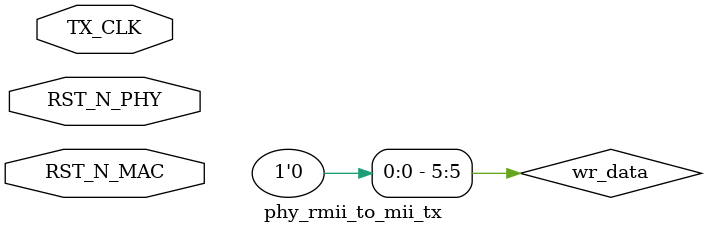
<source format=sv>
module phy_rmii_to_mii_tx
#(
    parameter TIME_TRANS_RMII_TWO = 20,
    TIME_TRANS_RMII_ONE = 10,
    DSIZE = 6,
    ASIZE = 4,
    MEMDEPTH = 1<<ASIZE,
    TRESHOLD_ALLMOST_EMPTY = 1,
    TRESHOLD_ALLMOST_FULL = 1
)

(
    input logic RST_N_MAC, RST_N_PHY,
    input logic TX_CLK,
    // Шина RMII интерфейса
    rmii_tx_if_t IN_IFP,
    // Шина MII интерфейса
    mii_tx_if_t OUT_IFP
);



logic [7:0] cnt_bit;
logic [3:0] data_reg;
logic wr_inc;
logic rd_inc;
logic [5:0] wr_data, rd_data;
logic empty, almost_empty;



//запись данных
// согласно протоколу данные с MAC - уровня держатся 10 тактов
// сохранять данные следует на 10 - ом такте
always_ff @(posedge IN_IFP.CLK_IN or negedge RST_N_MAC) 
if (!RST_N_MAC) begin
    cnt_bit <= '0;
    wr_inc <= '0;
end
else begin
    if (IN_IFP.TX_EN) begin
        cnt_bit <= cnt_bit + 'b1;
        if (cnt_bit == TIME_TRANS_RMII_ONE) begin
            data_reg [3:2] <= IN_IFP.TXD;
            wr_inc <= '1;
        end
        else if (cnt_bit < TIME_TRANS_RMII_ONE)
            data_reg [1:0] <= IN_IFP.TXD;
        else wr_inc <= '0;
    
        if (cnt_bit >= TIME_TRANS_RMII_TWO)
        cnt_bit <= '0;
    end
    else cnt_bit <= '0;
end

assign wr_data[5] = '0;
assign wr_data [4] = IN_IFP.TX_EN;
assign wr_data [3:0] = data_reg [3:0];

fifo_a #(DSIZE, ASIZE, MEMDEPTH,TRESHOLD_ALLMOST_EMPTY,
TRESHOLD_ALLMOST_FULL) u_fifo_tx_a
(
    .RST_RX_N (RST_N_PHY),
    .RST_TX_N (RST_N_MAC),
    .WR_CLK (IN_IFP.CLK_IN),
    .RD_CLK (TX_CLK),
    .WR_EN (wr_inc),
    .WR_DATA (wr_data),
    .RD_EN (rd_inc),
    .RD_DATA (rd_data),
    .EMPTY (empty),
    .ALMOST_EMPTY (almost_empty)
);

// logic [1:0] emp_al_emp;
// assign emp_al_emp = {empty, almost_empty};

// enum logic [1:0] {
//     en_rec_1 = 2'b00,
//     en_rec_2 = 2'b01,
//     dis_rec = 2'b11
// } status_control;

always_comb begin
    case (RST_N_PHY)
        '0: begin
            OUT_IFP.TX_ER = '0;
            OUT_IFP.TX_EN = '0;
            OUT_IFP.TXD = 'x;
            rd_inc = '0;
        end
        '1: begin
           case (empty)
            '1: begin
                rd_inc = '0;
                OUT_IFP.TX_EN = '0;
                OUT_IFP.TXD = '0;
                OUT_IFP.TX_ER = '0;
            end
            '0: begin
                rd_inc = '1;
                OUT_IFP.TX_ER = '0;
                OUT_IFP.TX_EN = rd_data [4];
                OUT_IFP.TXD = rd_data [3:0];
            end
           endcase 
        end
        default: begin
        OUT_IFP.TX_ER = 'x;
        rd_inc = 'x;
        end 
    endcase
end

endmodule
</source>
